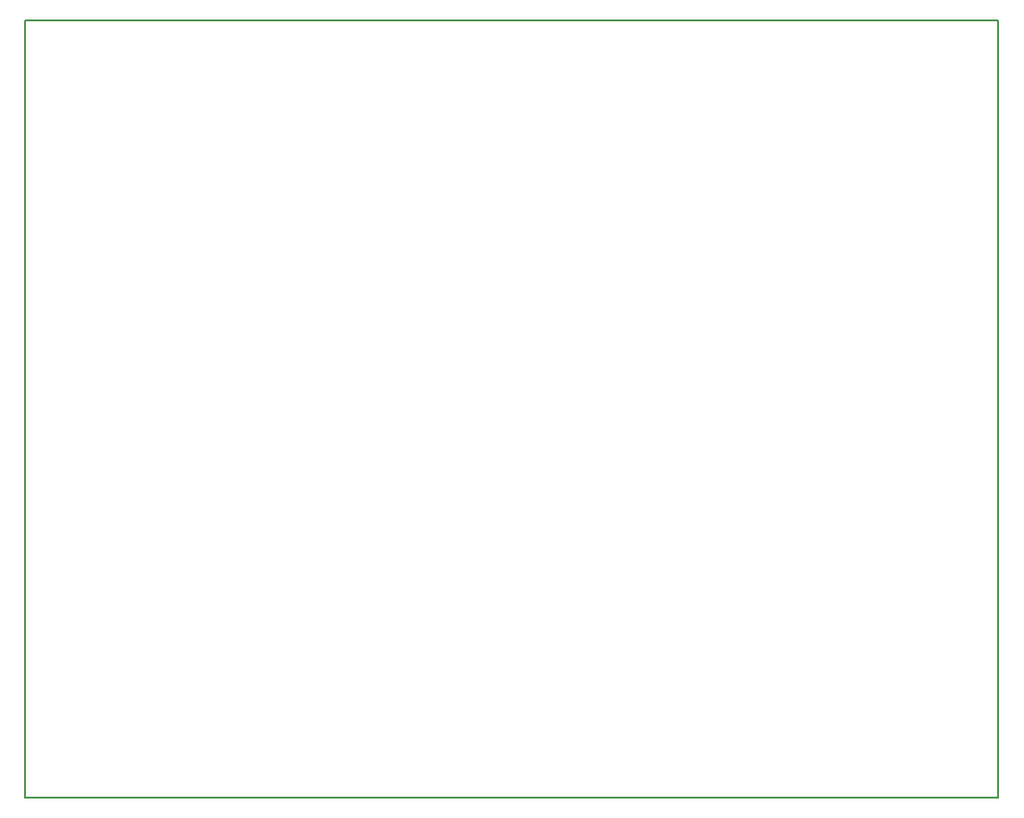
<source format=gbr>
G04 #@! TF.GenerationSoftware,KiCad,Pcbnew,(5.0.0-3-g5ebb6b6)*
G04 #@! TF.CreationDate,2018-11-24T00:30:52+00:00*
G04 #@! TF.ProjectId,AdjustablePSU,41646A75737461626C655053552E6B69,rev?*
G04 #@! TF.SameCoordinates,Original*
G04 #@! TF.FileFunction,Profile,NP*
%FSLAX46Y46*%
G04 Gerber Fmt 4.6, Leading zero omitted, Abs format (unit mm)*
G04 Created by KiCad (PCBNEW (5.0.0-3-g5ebb6b6)) date Saturday, 24 November 2018 at 00:30:52*
%MOMM*%
%LPD*%
G01*
G04 APERTURE LIST*
%ADD10C,0.200000*%
G04 APERTURE END LIST*
D10*
X104140000Y-127000000D02*
X104140000Y-56007000D01*
X193040000Y-127000000D02*
X104140000Y-127000000D01*
X193040000Y-56007000D02*
X193040000Y-127000000D01*
X104140000Y-56007000D02*
X193040000Y-56007000D01*
M02*

</source>
